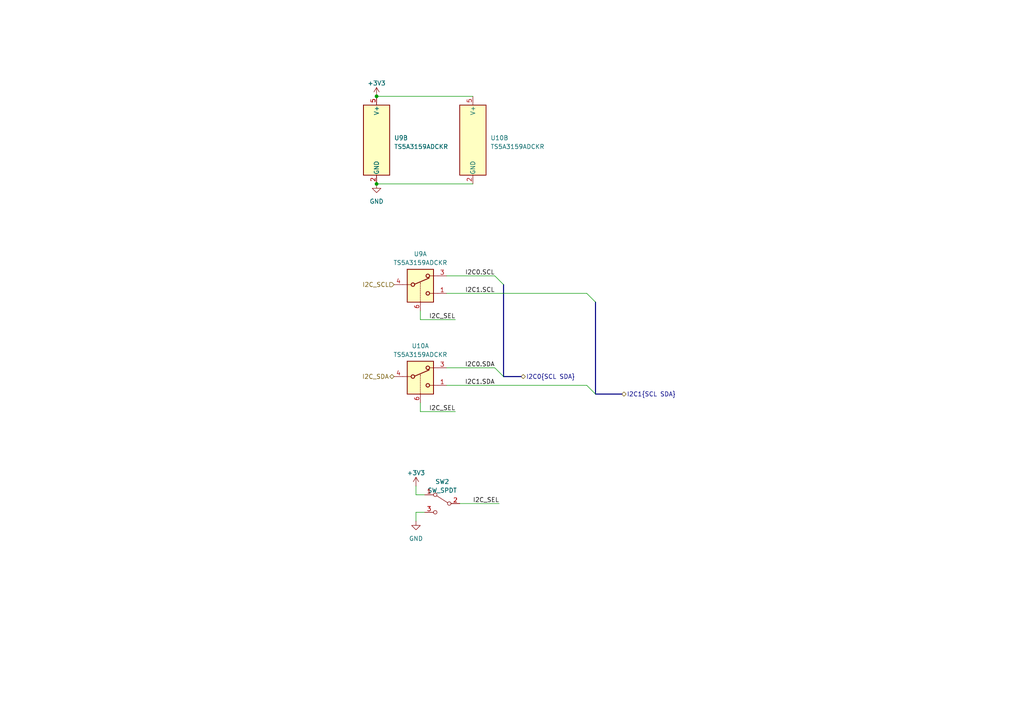
<source format=kicad_sch>
(kicad_sch (version 20210606) (generator eeschema)
  (paper "A4")
  (lib_symbols
    (symbol "Analog_Switch:TS5A3159ADCKR" (pin_names (offset 0.127))
      (property "Reference" "U" (at -3.175 4.699 0))
      (property "Value" "TS5A3159ADCKR" (at -3.175 2.921 0))
      (symbol "TS5A3159ADCKR_1_1"
        (circle (center -2.159 -2.54) (radius 0.508) (stroke (width 0.254)))
        (circle (center 2.159 -5.08) (radius 0.508) (stroke (width 0.254)))
        (circle (center 2.159 0) (radius 0.508) (stroke (width 0.254)))
        (rectangle (start -3.81 1.905) (end 3.81 -7.62) (stroke (width 0.254)) (fill (type background)))
        (polyline (pts (xy -5.08 -2.54) (xy -2.794 -2.54)))
        (polyline (pts (xy -1.651 -2.413) (xy 2.54 -0.635)) (stroke (width 0.254)))
        (polyline (pts (xy 0 -7.62) (xy 0 -7.112)))
        (polyline (pts (xy 0 -6.858) (xy 0 -6.604)))
        (polyline (pts (xy 0 -6.35) (xy 0 -6.096)))
        (polyline (pts (xy 0 -5.842) (xy 0 -5.588)))
        (polyline (pts (xy 0 -5.334) (xy 0 -5.08)))
        (polyline (pts (xy 0 -4.826) (xy 0 -4.572)))
        (polyline (pts (xy 0 -4.318) (xy 0 -4.064)))
        (polyline (pts (xy 0 -3.81) (xy 0 -3.556)))
        (polyline (pts (xy 0 -3.302) (xy 0 -3.048)))
        (polyline (pts (xy 0 -2.794) (xy 0 -2.54)))
        (polyline (pts (xy 0 -2.286) (xy 0 -2.032)))
        (polyline (pts (xy 0 -2.286) (xy 0 -2.032)))
        (polyline (pts (xy 5.08 -5.08) (xy 2.794 -5.08)))
        (polyline (pts (xy 5.08 0) (xy 2.794 0)))
        (pin passive line (at 7.62 -5.08 180) (length 2.54) (name "~") (number "1"))
        (pin passive line (at 7.62 0 180) (length 2.54) (name "~") (number "3"))
        (pin passive line (at -7.62 -2.54 0) (length 2.54) (name "~") (number "4"))
        (pin input line (at 0 -10.16 90) (length 2.54) (name "~") (number "6"))
      )
      (symbol "TS5A3159ADCKR_2_0"
        (pin power_in line (at 0 -12.7 90) (length 2.54) (name "GND") (number "2"))
        (pin power_in line (at 0 12.7 270) (length 2.54) (name "V+") (number "5"))
      )
      (symbol "TS5A3159ADCKR_2_1"
        (rectangle (start -3.81 10.16) (end 3.81 -10.16) (stroke (width 0.254)) (fill (type background)))
      )
    )
    (symbol "Switch:SW_SPDT" (pin_names (offset 0) hide)
      (property "Reference" "SW" (at 0 4.318 0))
      (property "Value" "SW_SPDT" (at 0 -5.08 0))
      (symbol "SW_SPDT_0_0"
        (circle (center -2.032 0) (radius 0.508))
        (circle (center 2.032 -2.54) (radius 0.508))
      )
      (symbol "SW_SPDT_0_1"
        (circle (center 2.032 2.54) (radius 0.508))
        (polyline (pts (xy -1.524 0.254) (xy 1.651 2.286)))
      )
      (symbol "SW_SPDT_1_1"
        (pin passive line (at 5.08 2.54 180) (length 2.54) (name "A") (number "1"))
        (pin passive line (at -5.08 0 0) (length 2.54) (name "B") (number "2"))
        (pin passive line (at 5.08 -2.54 180) (length 2.54) (name "C") (number "3"))
      )
    )
    (symbol "power:+3V3" (power) (pin_names (offset 0))
      (property "Value" "+3V3" (at 0 3.556 0))
      (symbol "+3V3_0_1"
        (polyline (pts (xy -0.762 1.27) (xy 0 2.54)))
        (polyline (pts (xy 0 0) (xy 0 2.54)))
        (polyline (pts (xy 0 2.54) (xy 0.762 1.27)))
      )
      (symbol "+3V3_1_1"
        (pin power_in line (at 0 0 90) (length 0) hide (name "+3V3") (number "1"))
      )
    )
    (symbol "power:GND" (power) (pin_names (offset 0))
      (property "Value" "GND" (at 0 -3.81 0))
      (symbol "GND_0_1"
        (polyline (pts (xy 0 0) (xy 0 -1.27) (xy 1.27 -1.27) (xy 0 -2.54) (xy -1.27 -1.27) (xy 0 -1.27)))
      )
      (symbol "GND_1_1"
        (pin power_in line (at 0 0 270) (length 0) hide (name "GND") (number "1"))
      )
    )
  )
  (junction (at 109.22 27.94) (diameter 0.9144))
  (junction (at 109.22 53.34) (diameter 0.9144))
  (bus_entry (at 143.51 80.01) (size 2.54 2.54) (stroke (width 0.1524)))
  (bus_entry (at 143.51 106.68) (size 2.54 2.54) (stroke (width 0.1524)))
  (bus_entry (at 170.18 85.09) (size 2.54 2.54) (stroke (width 0.1524)))
  (bus_entry (at 170.18 111.76) (size 2.54 2.54) (stroke (width 0.1524)))
  (wire (pts (xy 109.22 27.94) (xy 137.16 27.94)))
  (wire (pts (xy 109.22 53.34) (xy 137.16 53.34)))
  (wire (pts (xy 120.65 143.51) (xy 120.65 140.97)))
  (wire (pts (xy 120.65 148.59) (xy 120.65 151.13)))
  (wire (pts (xy 121.92 92.71) (xy 121.92 90.17)))
  (wire (pts (xy 121.92 119.38) (xy 121.92 116.84)))
  (wire (pts (xy 123.19 143.51) (xy 120.65 143.51)))
  (wire (pts (xy 123.19 148.59) (xy 120.65 148.59)))
  (wire (pts (xy 129.54 80.01) (xy 143.51 80.01)))
  (wire (pts (xy 129.54 85.09) (xy 170.18 85.09)))
  (wire (pts (xy 129.54 106.68) (xy 143.51 106.68)))
  (wire (pts (xy 129.54 111.76) (xy 170.18 111.76)))
  (wire (pts (xy 132.08 92.71) (xy 121.92 92.71)))
  (wire (pts (xy 132.08 119.38) (xy 121.92 119.38)))
  (wire (pts (xy 133.35 146.05) (xy 144.78 146.05)))
  (bus (pts (xy 146.05 82.55) (xy 146.05 109.22)))
  (bus (pts (xy 146.05 109.22) (xy 151.13 109.22)))
  (bus (pts (xy 172.72 87.63) (xy 172.72 114.3)))
  (bus (pts (xy 172.72 114.3) (xy 180.34 114.3)))
  (label "I2C_SEL" (at 132.08 92.71 180))
  (label "I2C_SEL" (at 132.08 119.38 180))
  (label "I2C0.SCL" (at 143.51 80.01 180))
  (label "I2C1.SCL" (at 143.51 85.09 180))
  (label "I2C0.SDA" (at 143.51 106.68 180))
  (label "I2C1.SDA" (at 143.51 111.76 180))
  (label "I2C_SEL" (at 144.78 146.05 180))
  (hierarchical_label "I2C_SCL" (shape input) (at 114.3 82.55 180))
  (hierarchical_label "I2C_SDA" (shape bidirectional) (at 114.3 109.22 180))
  (hierarchical_label "I2C0{SCL SDA}" (shape bidirectional) (at 151.13 109.22 0))
  (hierarchical_label "I2C1{SCL SDA}" (shape bidirectional) (at 180.34 114.3 0))
  (symbol (lib_id "power:+3V3") (at 109.22 27.94 0) (unit 1)
    (property "Reference" "#PWR0269" (effects hide))
    (property "Value" "+3V3" (at 109.22 24.13 0))
  )
  (symbol (lib_id "power:+3V3") (at 120.65 140.97 0) (mirror y) (unit 1)
    (property "Reference" "#PWR0271" (effects hide))
    (property "Value" "+3V3" (at 120.65 137.16 0))
  )
  (symbol (lib_id "power:GND") (at 109.22 53.34 0) (unit 1)
    (property "Reference" "#PWR0268" (effects hide))
    (property "Value" "GND" (at 109.22 58.42 0))
  )
  (symbol (lib_id "power:GND") (at 120.65 151.13 0) (mirror y) (unit 1)
    (property "Reference" "#PWR0270" (effects hide))
    (property "Value" "GND" (at 120.65 156.21 0))
  )
  (symbol (lib_id "Switch:SW_SPDT") (at 128.27 146.05 0) (mirror y) (unit 1)
    (property "Reference" "SW2" (at 128.27 139.7 0))
    (property "Value" "SW_SPDT" (at 128.27 142.24 0))
    (property "Footprint" "Button_Switch_SMD:SW_SPDT_PCM12" (effects hide))
  )
  (symbol (lib_id "Analog_Switch:TS5A3159ADCKR") (at 121.92 80.01 0) (unit 1)
    (property "Reference" "U9" (at 121.92 73.66 0))
    (property "Value" "TS5A3159ADCKR" (at 121.92 76.2 0))
    (property "Footprint" "Package_TO_SOT_SMD:SOT-363_SC-70-6" (effects hide))
    (property "Datasheet" "http://www.ti.com/lit/ds/symlink/ts5a3159a.pdf" (effects hide))
  )
  (symbol (lib_id "Analog_Switch:TS5A3159ADCKR") (at 121.92 106.68 0) (unit 1)
    (property "Reference" "U10" (at 121.92 100.33 0))
    (property "Value" "TS5A3159ADCKR" (at 121.92 102.87 0))
    (property "Footprint" "Package_TO_SOT_SMD:SOT-363_SC-70-6" (effects hide))
    (property "Datasheet" "http://www.ti.com/lit/ds/symlink/ts5a3159a.pdf" (effects hide))
  )
  (symbol (lib_id "Analog_Switch:TS5A3159ADCKR") (at 109.22 40.64 0) (unit 2)
    (property "Reference" "U9" (at 114.3 40.0049 0) (effects (justify left)))
    (property "Value" "TS5A3159ADCKR" (at 114.3 42.5449 0) (effects (justify left)))
    (property "Footprint" "Package_TO_SOT_SMD:SOT-363_SC-70-6" (effects hide))
    (property "Datasheet" "http://www.ti.com/lit/ds/symlink/ts5a3159a.pdf" (effects hide))
  )
  (symbol (lib_id "Analog_Switch:TS5A3159ADCKR") (at 137.16 40.64 0) (unit 2)
    (property "Reference" "U10" (at 142.24 40.0049 0) (effects (justify left)))
    (property "Value" "TS5A3159ADCKR" (at 142.24 42.5449 0) (effects (justify left)))
    (property "Footprint" "Package_TO_SOT_SMD:SOT-363_SC-70-6" (effects hide))
    (property "Datasheet" "http://www.ti.com/lit/ds/symlink/ts5a3159a.pdf" (effects hide))
  )
)
</source>
